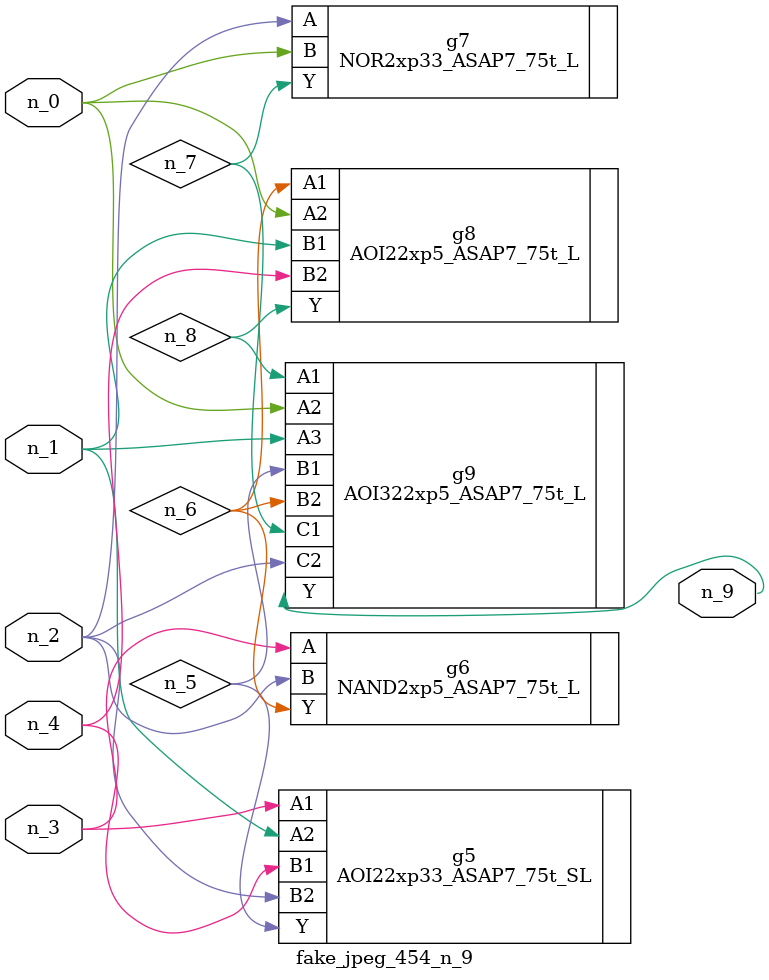
<source format=v>
module fake_jpeg_454_n_9 (n_3, n_2, n_1, n_0, n_4, n_9);

input n_3;
input n_2;
input n_1;
input n_0;
input n_4;

output n_9;

wire n_8;
wire n_6;
wire n_5;
wire n_7;

AOI22xp33_ASAP7_75t_SL g5 ( 
.A1(n_3),
.A2(n_1),
.B1(n_4),
.B2(n_2),
.Y(n_5)
);

NAND2xp5_ASAP7_75t_L g6 ( 
.A(n_3),
.B(n_2),
.Y(n_6)
);

NOR2xp33_ASAP7_75t_L g7 ( 
.A(n_2),
.B(n_0),
.Y(n_7)
);

AOI22xp5_ASAP7_75t_L g8 ( 
.A1(n_6),
.A2(n_0),
.B1(n_1),
.B2(n_4),
.Y(n_8)
);

AOI322xp5_ASAP7_75t_L g9 ( 
.A1(n_8),
.A2(n_0),
.A3(n_1),
.B1(n_5),
.B2(n_6),
.C1(n_7),
.C2(n_2),
.Y(n_9)
);


endmodule
</source>
